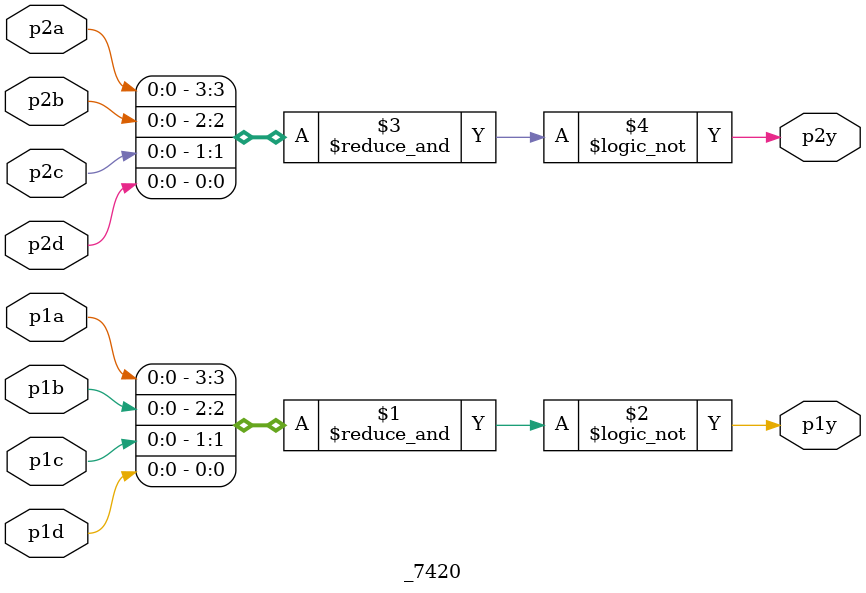
<source format=v>

module _7420(
  input p1a,
  input p1b,
  input p1c,
  input p1d,
  output p1y,
  input p2a,
  input p2b,
  input p2c,
  input p2d,
  output p2y

);

  assign p1y = ~&( {p1a, p1b, p1c, p1d} );
  assign p2y = ~&( {p2a, p2b, p2c, p2d} );

endmodule




</source>
